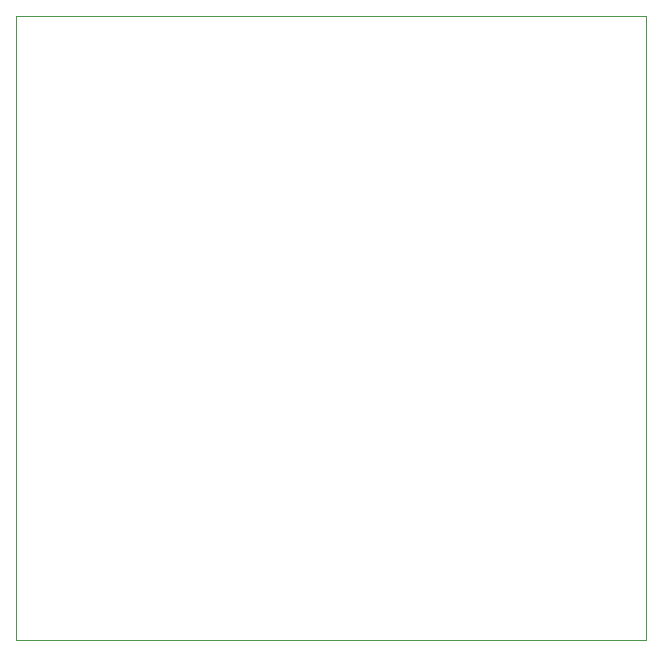
<source format=gbr>
%TF.GenerationSoftware,KiCad,Pcbnew,(6.0.5)*%
%TF.CreationDate,2022-09-07T10:03:09+07:00*%
%TF.ProjectId,test1,74657374-312e-46b6-9963-61645f706362,rev?*%
%TF.SameCoordinates,Original*%
%TF.FileFunction,Profile,NP*%
%FSLAX46Y46*%
G04 Gerber Fmt 4.6, Leading zero omitted, Abs format (unit mm)*
G04 Created by KiCad (PCBNEW (6.0.5)) date 2022-09-07 10:03:09*
%MOMM*%
%LPD*%
G01*
G04 APERTURE LIST*
%TA.AperFunction,Profile*%
%ADD10C,0.100000*%
%TD*%
G04 APERTURE END LIST*
D10*
X112150500Y-45363500D02*
X165490500Y-45363500D01*
X165490500Y-45363500D02*
X165490500Y-98195500D01*
X165490500Y-98195500D02*
X112150500Y-98195500D01*
X112150500Y-98195500D02*
X112150500Y-45363500D01*
M02*

</source>
